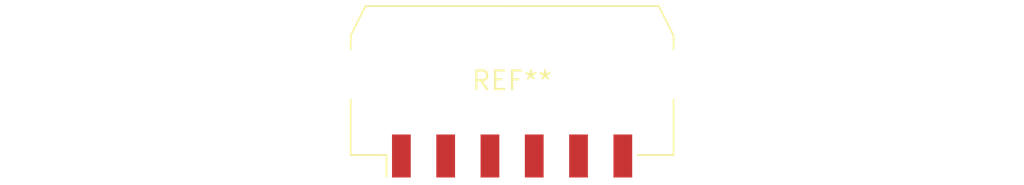
<source format=kicad_pcb>
(kicad_pcb (version 20240108) (generator pcbnew)
  (layers (0 "F.Cu" signal) (31 "B.Cu" signal) (34 "B.Paste" user) (35 "F.Paste" user) (36 "B.SilkS" user "B.Silkscreen") (37 "F.SilkS" user "F.Silkscreen") (38 "B.Mask" user) (39 "F.Mask" user) (44 "Edge.Cuts" user))
  (net 0 "")
  (footprint "Molex_Micro-Fit_3.0_43650-0610_1x06-1MP_P3.00mm_Horizontal_PnP" (layer "F.Cu") (at 0 0)
    (property "Reference" "REF**")
    (property "Value" "Molex_Micro-Fit_3.0_43650-0610_1x06-1MP_P3.00mm_Horizontal_PnP")
    (fp_line (start -10.935 -3.06) (end -10.935 -2.14) (layer "F.SilkS") (stroke (width 0.12)))
    (fp_line (start -10.935 1.29) (end -10.935 5.06) (layer "F.SilkS") (stroke (width 0.12)))
    (fp_line (start -10.935 5.06) (end -8.505 5.06) (layer "F.SilkS") (stroke (width 0.12)))
    (fp_line (start -9.935 -5.06) (end -10.935 -3.06) (layer "F.SilkS") (stroke (width 0.12)))
    (fp_line (start -8.505 5.06) (end -8.505 6.52) (layer "F.SilkS") (stroke (width 0.12)))
    (fp_line (start 0 -5.06) (end -9.935 -5.06) (layer "F.SilkS") (stroke (width 0.12)))
    (fp_line (start 0 -5.06) (end 9.935 -5.06) (layer "F.SilkS") (stroke (width 0.12)))
    (fp_line (start 9.935 -5.06) (end 10.935 -3.06) (layer "F.SilkS") (stroke (width 0.12)))
    (fp_line (start 10.935 -3.06) (end 10.935 -2.14) (layer "F.SilkS") (stroke (width 0.12)))
    (fp_line (start 10.935 1.29) (end 10.935 5.06) (layer "F.SilkS") (stroke (width 0.12)))
    (fp_line (start 10.935 5.06) (end 8.505 5.06) (layer "F.SilkS") (stroke (width 0.12)))
    (pad "1" smd rect (at -7.5 5.12) (size 1.27 2.92) (layers "F.Cu" "F.Paste" "F.Mask"))
    (pad "2" smd rect (at -4.5 5.12) (size 1.27 2.92) (layers "F.Cu" "F.Paste" "F.Mask"))
    (pad "3" smd rect (at -1.5 5.12) (size 1.27 2.92) (layers "F.Cu" "F.Paste" "F.Mask"))
    (pad "4" smd rect (at 1.5 5.12) (size 1.27 2.92) (layers "F.Cu" "F.Paste" "F.Mask"))
    (pad "5" smd rect (at 4.5 5.12) (size 1.27 2.92) (layers "F.Cu" "F.Paste" "F.Mask"))
    (pad "6" smd rect (at 7.5 5.12) (size 1.27 2.92) (layers "F.Cu" "F.Paste" "F.Mask"))
    (pad "MP" thru_hole circle (at -9.65 -0.35) (size 2.84 2.84) (drill 2.54) (layers *.Cu *.Mask) (remove_unused_layers))
    (pad "MP" thru_hole circle (at 9.65 -0.35) (size 2.84 2.84) (drill 2.54) (layers *.Cu *.Mask) (remove_unused_layers))
  )
)
</source>
